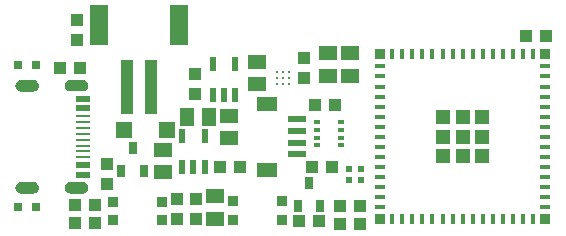
<source format=gbr>
G04 EAGLE Gerber RS-274X export*
G75*
%MOMM*%
%FSLAX34Y34*%
%LPD*%
%INSolderpaste Top*%
%IPPOS*%
%AMOC8*
5,1,8,0,0,1.08239X$1,22.5*%
G01*
%ADD10R,1.500000X1.240000*%
%ADD11R,0.550000X1.200000*%
%ADD12R,1.400000X1.400000*%
%ADD13R,1.000000X4.600000*%
%ADD14R,1.600000X3.400000*%
%ADD15R,0.800000X0.800000*%
%ADD16R,1.075000X1.000000*%
%ADD17R,0.900000X0.900000*%
%ADD18R,1.000000X1.075000*%
%ADD19R,1.240000X1.500000*%
%ADD20R,0.635000X1.016000*%
%ADD21R,1.150000X0.575000*%
%ADD22R,1.150000X0.275000*%
%ADD23R,0.406400X0.812800*%
%ADD24R,0.812800X0.406400*%
%ADD25R,0.812800X0.812800*%
%ADD26R,1.193800X1.193800*%
%ADD27C,0.275000*%
%ADD28R,1.550000X0.600000*%
%ADD29R,1.800000X1.200000*%
%ADD30R,0.500000X0.500000*%
%ADD31R,0.500000X0.350000*%

G36*
X61468Y152649D02*
X61468Y152649D01*
X61469Y152649D01*
X62542Y152770D01*
X62543Y152771D01*
X62544Y152770D01*
X63564Y153127D01*
X63564Y153128D01*
X63565Y153128D01*
X64480Y153703D01*
X64481Y153703D01*
X65245Y154468D01*
X65820Y155383D01*
X65820Y155384D01*
X65821Y155384D01*
X66178Y156404D01*
X66178Y156405D01*
X66177Y156405D01*
X66178Y156406D01*
X66178Y156410D01*
X66179Y156415D01*
X66180Y156420D01*
X66182Y156440D01*
X66182Y156444D01*
X66182Y156445D01*
X66183Y156449D01*
X66183Y156450D01*
X66183Y156454D01*
X66184Y156459D01*
X66185Y156464D01*
X66185Y156469D01*
X66186Y156474D01*
X66186Y156479D01*
X66188Y156499D01*
X66189Y156499D01*
X66189Y156504D01*
X66190Y156509D01*
X66190Y156514D01*
X66191Y156519D01*
X66191Y156524D01*
X66192Y156529D01*
X66192Y156534D01*
X66193Y156539D01*
X66195Y156559D01*
X66196Y156564D01*
X66196Y156569D01*
X66197Y156574D01*
X66197Y156579D01*
X66198Y156584D01*
X66199Y156589D01*
X66199Y156594D01*
X66202Y156618D01*
X66202Y156623D01*
X66203Y156623D01*
X66202Y156623D01*
X66203Y156628D01*
X66204Y156633D01*
X66204Y156638D01*
X66205Y156643D01*
X66205Y156648D01*
X66206Y156653D01*
X66209Y156678D01*
X66209Y156683D01*
X66210Y156688D01*
X66210Y156693D01*
X66211Y156698D01*
X66211Y156703D01*
X66212Y156708D01*
X66213Y156713D01*
X66215Y156733D01*
X66215Y156738D01*
X66216Y156743D01*
X66216Y156748D01*
X66217Y156748D01*
X66216Y156748D01*
X66217Y156753D01*
X66218Y156758D01*
X66218Y156762D01*
X66218Y156763D01*
X66219Y156767D01*
X66219Y156768D01*
X66219Y156772D01*
X66222Y156792D01*
X66222Y156797D01*
X66223Y156802D01*
X66223Y156807D01*
X66224Y156812D01*
X66224Y156817D01*
X66225Y156822D01*
X66225Y156827D01*
X66226Y156832D01*
X66228Y156852D01*
X66229Y156857D01*
X66229Y156862D01*
X66230Y156867D01*
X66230Y156872D01*
X66231Y156872D01*
X66230Y156872D01*
X66231Y156877D01*
X66232Y156882D01*
X66232Y156887D01*
X66233Y156892D01*
X66235Y156912D01*
X66236Y156917D01*
X66236Y156921D01*
X66236Y156922D01*
X66237Y156926D01*
X66237Y156927D01*
X66237Y156931D01*
X66238Y156936D01*
X66238Y156941D01*
X66239Y156946D01*
X66242Y156971D01*
X66242Y156976D01*
X66243Y156981D01*
X66243Y156986D01*
X66244Y156991D01*
X66244Y156996D01*
X66245Y156996D01*
X66244Y156996D01*
X66245Y157001D01*
X66246Y157006D01*
X66248Y157031D01*
X66249Y157036D01*
X66250Y157041D01*
X66250Y157046D01*
X66251Y157051D01*
X66251Y157056D01*
X66252Y157061D01*
X66252Y157066D01*
X66255Y157085D01*
X66255Y157086D01*
X66255Y157090D01*
X66256Y157095D01*
X66256Y157100D01*
X66257Y157105D01*
X66257Y157110D01*
X66258Y157115D01*
X66258Y157120D01*
X66259Y157120D01*
X66258Y157120D01*
X66259Y157125D01*
X66261Y157145D01*
X66262Y157150D01*
X66262Y157155D01*
X66263Y157160D01*
X66264Y157165D01*
X66264Y157170D01*
X66265Y157175D01*
X66265Y157180D01*
X66266Y157185D01*
X66268Y157205D01*
X66269Y157210D01*
X66269Y157215D01*
X66270Y157220D01*
X66270Y157225D01*
X66271Y157230D01*
X66271Y157235D01*
X66272Y157239D01*
X66272Y157240D01*
X66272Y157244D01*
X66273Y157244D01*
X66272Y157245D01*
X66275Y157264D01*
X66275Y157269D01*
X66276Y157274D01*
X66276Y157279D01*
X66277Y157284D01*
X66278Y157289D01*
X66278Y157294D01*
X66279Y157299D01*
X66281Y157324D01*
X66282Y157329D01*
X66283Y157334D01*
X66283Y157339D01*
X66284Y157344D01*
X66284Y157349D01*
X66285Y157354D01*
X66285Y157359D01*
X66288Y157384D01*
X66289Y157389D01*
X66289Y157394D01*
X66290Y157398D01*
X66290Y157399D01*
X66290Y157403D01*
X66290Y157404D01*
X66291Y157408D01*
X66292Y157413D01*
X66292Y157418D01*
X66294Y157438D01*
X66295Y157443D01*
X66295Y157448D01*
X66296Y157453D01*
X66297Y157458D01*
X66297Y157463D01*
X66298Y157468D01*
X66298Y157473D01*
X66299Y157478D01*
X66299Y157479D01*
X66299Y157480D01*
X66299Y157481D01*
X66172Y158611D01*
X66171Y158611D01*
X66171Y158612D01*
X65796Y159686D01*
X65795Y159686D01*
X65795Y159687D01*
X65190Y160650D01*
X65189Y160650D01*
X65189Y160651D01*
X64385Y161455D01*
X64384Y161455D01*
X64384Y161456D01*
X63421Y162061D01*
X63420Y162061D01*
X63420Y162062D01*
X62346Y162437D01*
X62345Y162437D01*
X62345Y162438D01*
X61215Y162565D01*
X61214Y162565D01*
X51562Y162565D01*
X51561Y162565D01*
X51312Y162537D01*
X51268Y162532D01*
X51224Y162527D01*
X51180Y162522D01*
X50651Y162462D01*
X50607Y162457D01*
X50563Y162452D01*
X50562Y162452D01*
X50518Y162447D01*
X50431Y162438D01*
X50431Y162437D01*
X50430Y162437D01*
X49356Y162062D01*
X49356Y162061D01*
X49355Y162061D01*
X48392Y161456D01*
X48392Y161455D01*
X48391Y161455D01*
X47587Y160651D01*
X47587Y160650D01*
X47586Y160650D01*
X46981Y159687D01*
X46981Y159686D01*
X46980Y159686D01*
X46605Y158612D01*
X46605Y158611D01*
X46604Y158611D01*
X46602Y158592D01*
X46602Y158587D01*
X46601Y158582D01*
X46601Y158577D01*
X46600Y158572D01*
X46600Y158567D01*
X46599Y158562D01*
X46598Y158558D01*
X46598Y158557D01*
X46598Y158553D01*
X46598Y158552D01*
X46596Y158533D01*
X46595Y158528D01*
X46595Y158523D01*
X46594Y158523D01*
X46595Y158523D01*
X46594Y158518D01*
X46593Y158513D01*
X46593Y158508D01*
X46592Y158503D01*
X46592Y158498D01*
X46591Y158493D01*
X46589Y158473D01*
X46588Y158468D01*
X46588Y158463D01*
X46587Y158458D01*
X46587Y158453D01*
X46586Y158448D01*
X46586Y158443D01*
X46585Y158438D01*
X46584Y158433D01*
X46582Y158413D01*
X46582Y158408D01*
X46581Y158403D01*
X46581Y158399D01*
X46580Y158398D01*
X46581Y158398D01*
X46580Y158394D01*
X46580Y158393D01*
X46579Y158389D01*
X46579Y158384D01*
X46578Y158379D01*
X46578Y158374D01*
X46575Y158354D01*
X46575Y158349D01*
X46574Y158344D01*
X46574Y158339D01*
X46573Y158334D01*
X46573Y158329D01*
X46572Y158324D01*
X46572Y158319D01*
X46571Y158314D01*
X46569Y158294D01*
X46568Y158289D01*
X46568Y158284D01*
X46567Y158279D01*
X46567Y158274D01*
X46566Y158274D01*
X46567Y158274D01*
X46566Y158269D01*
X46565Y158264D01*
X46565Y158259D01*
X46564Y158254D01*
X46562Y158235D01*
X46562Y158234D01*
X46561Y158230D01*
X46561Y158225D01*
X46560Y158220D01*
X46560Y158215D01*
X46559Y158210D01*
X46559Y158205D01*
X46558Y158200D01*
X46558Y158195D01*
X46555Y158175D01*
X46555Y158170D01*
X46554Y158165D01*
X46554Y158160D01*
X46553Y158155D01*
X46553Y158150D01*
X46552Y158150D01*
X46553Y158150D01*
X46552Y158145D01*
X46551Y158140D01*
X46551Y158135D01*
X46549Y158115D01*
X46548Y158110D01*
X46547Y158105D01*
X46547Y158100D01*
X46546Y158095D01*
X46546Y158090D01*
X46545Y158085D01*
X46545Y158081D01*
X46545Y158080D01*
X46544Y158076D01*
X46544Y158075D01*
X46542Y158056D01*
X46541Y158051D01*
X46541Y158046D01*
X46540Y158041D01*
X46540Y158036D01*
X46539Y158031D01*
X46539Y158026D01*
X46538Y158026D01*
X46539Y158026D01*
X46538Y158021D01*
X46537Y158016D01*
X46535Y157996D01*
X46535Y157991D01*
X46534Y157986D01*
X46533Y157981D01*
X46533Y157976D01*
X46532Y157971D01*
X46532Y157966D01*
X46531Y157961D01*
X46528Y157936D01*
X46528Y157931D01*
X46527Y157926D01*
X46527Y157922D01*
X46527Y157921D01*
X46526Y157917D01*
X46526Y157916D01*
X46526Y157912D01*
X46525Y157907D01*
X46525Y157902D01*
X46524Y157902D01*
X46525Y157902D01*
X46522Y157877D01*
X46521Y157872D01*
X46521Y157867D01*
X46520Y157862D01*
X46519Y157857D01*
X46519Y157852D01*
X46518Y157847D01*
X46518Y157842D01*
X46515Y157817D01*
X46514Y157812D01*
X46514Y157807D01*
X46513Y157802D01*
X46513Y157797D01*
X46512Y157792D01*
X46512Y157787D01*
X46511Y157782D01*
X46508Y157758D01*
X46508Y157757D01*
X46508Y157753D01*
X46507Y157748D01*
X46507Y157743D01*
X46506Y157738D01*
X46505Y157733D01*
X46505Y157728D01*
X46504Y157723D01*
X46502Y157698D01*
X46501Y157693D01*
X46500Y157688D01*
X46500Y157683D01*
X46499Y157678D01*
X46499Y157673D01*
X46498Y157668D01*
X46498Y157663D01*
X46495Y157643D01*
X46495Y157638D01*
X46494Y157633D01*
X46494Y157628D01*
X46493Y157623D01*
X46493Y157618D01*
X46492Y157613D01*
X46491Y157608D01*
X46491Y157604D01*
X46491Y157603D01*
X46489Y157584D01*
X46488Y157579D01*
X46488Y157574D01*
X46487Y157569D01*
X46486Y157564D01*
X46486Y157559D01*
X46485Y157554D01*
X46485Y157549D01*
X46484Y157544D01*
X46482Y157524D01*
X46481Y157519D01*
X46481Y157514D01*
X46480Y157509D01*
X46480Y157504D01*
X46479Y157499D01*
X46479Y157494D01*
X46478Y157489D01*
X46477Y157484D01*
X46477Y157481D01*
X46478Y157480D01*
X46477Y157479D01*
X46598Y156406D01*
X46599Y156405D01*
X46598Y156404D01*
X46955Y155384D01*
X46956Y155384D01*
X46956Y155383D01*
X47531Y154468D01*
X48296Y153703D01*
X49211Y153128D01*
X49212Y153128D01*
X49212Y153127D01*
X50232Y152770D01*
X50233Y152771D01*
X50234Y152770D01*
X51307Y152649D01*
X51308Y152649D01*
X61468Y152649D01*
X61468Y152649D01*
G37*
G36*
X19685Y152522D02*
X19685Y152522D01*
X19686Y152522D01*
X20759Y152643D01*
X20760Y152644D01*
X20761Y152643D01*
X21781Y153000D01*
X21781Y153001D01*
X21782Y153001D01*
X22697Y153576D01*
X22698Y153576D01*
X23462Y154341D01*
X24037Y155256D01*
X24037Y155257D01*
X24038Y155257D01*
X24395Y156277D01*
X24395Y156278D01*
X24394Y156278D01*
X24395Y156279D01*
X24395Y156283D01*
X24396Y156288D01*
X24397Y156293D01*
X24399Y156313D01*
X24399Y156317D01*
X24399Y156318D01*
X24400Y156322D01*
X24400Y156323D01*
X24400Y156327D01*
X24401Y156332D01*
X24402Y156337D01*
X24402Y156342D01*
X24403Y156347D01*
X24403Y156352D01*
X24405Y156372D01*
X24406Y156372D01*
X24406Y156377D01*
X24407Y156382D01*
X24407Y156387D01*
X24408Y156392D01*
X24408Y156397D01*
X24409Y156402D01*
X24409Y156407D01*
X24410Y156412D01*
X24412Y156432D01*
X24413Y156437D01*
X24413Y156442D01*
X24414Y156447D01*
X24414Y156452D01*
X24415Y156457D01*
X24416Y156462D01*
X24416Y156467D01*
X24419Y156491D01*
X24419Y156496D01*
X24420Y156496D01*
X24419Y156496D01*
X24420Y156501D01*
X24421Y156506D01*
X24421Y156511D01*
X24422Y156516D01*
X24422Y156521D01*
X24423Y156526D01*
X24426Y156551D01*
X24426Y156556D01*
X24427Y156561D01*
X24427Y156566D01*
X24428Y156571D01*
X24428Y156576D01*
X24429Y156581D01*
X24430Y156586D01*
X24432Y156606D01*
X24432Y156611D01*
X24433Y156616D01*
X24433Y156621D01*
X24434Y156621D01*
X24433Y156621D01*
X24434Y156626D01*
X24435Y156631D01*
X24435Y156635D01*
X24435Y156636D01*
X24436Y156640D01*
X24436Y156641D01*
X24436Y156645D01*
X24439Y156665D01*
X24439Y156670D01*
X24440Y156675D01*
X24440Y156680D01*
X24441Y156685D01*
X24441Y156690D01*
X24442Y156695D01*
X24442Y156700D01*
X24443Y156705D01*
X24445Y156725D01*
X24446Y156730D01*
X24446Y156735D01*
X24447Y156740D01*
X24447Y156745D01*
X24448Y156745D01*
X24447Y156745D01*
X24448Y156750D01*
X24449Y156755D01*
X24449Y156760D01*
X24450Y156765D01*
X24452Y156785D01*
X24453Y156790D01*
X24453Y156794D01*
X24453Y156795D01*
X24454Y156799D01*
X24454Y156800D01*
X24454Y156804D01*
X24455Y156809D01*
X24455Y156814D01*
X24456Y156819D01*
X24459Y156844D01*
X24459Y156849D01*
X24460Y156854D01*
X24460Y156859D01*
X24461Y156864D01*
X24461Y156869D01*
X24462Y156869D01*
X24461Y156869D01*
X24462Y156874D01*
X24463Y156879D01*
X24465Y156904D01*
X24466Y156909D01*
X24467Y156914D01*
X24467Y156919D01*
X24468Y156924D01*
X24468Y156929D01*
X24469Y156934D01*
X24469Y156939D01*
X24472Y156958D01*
X24472Y156959D01*
X24472Y156963D01*
X24473Y156968D01*
X24473Y156973D01*
X24474Y156978D01*
X24474Y156983D01*
X24475Y156988D01*
X24475Y156993D01*
X24476Y156993D01*
X24475Y156993D01*
X24476Y156998D01*
X24478Y157018D01*
X24479Y157023D01*
X24479Y157028D01*
X24480Y157033D01*
X24481Y157038D01*
X24481Y157043D01*
X24482Y157048D01*
X24482Y157053D01*
X24483Y157058D01*
X24485Y157078D01*
X24486Y157083D01*
X24486Y157088D01*
X24487Y157093D01*
X24487Y157098D01*
X24488Y157103D01*
X24488Y157108D01*
X24489Y157112D01*
X24489Y157113D01*
X24489Y157117D01*
X24490Y157117D01*
X24489Y157118D01*
X24492Y157137D01*
X24492Y157142D01*
X24493Y157147D01*
X24493Y157152D01*
X24494Y157157D01*
X24495Y157162D01*
X24495Y157167D01*
X24496Y157172D01*
X24498Y157197D01*
X24499Y157202D01*
X24500Y157207D01*
X24500Y157212D01*
X24501Y157217D01*
X24501Y157222D01*
X24502Y157227D01*
X24502Y157232D01*
X24505Y157257D01*
X24506Y157262D01*
X24506Y157267D01*
X24507Y157271D01*
X24507Y157272D01*
X24507Y157276D01*
X24507Y157277D01*
X24508Y157281D01*
X24509Y157286D01*
X24509Y157291D01*
X24511Y157311D01*
X24512Y157316D01*
X24512Y157321D01*
X24513Y157326D01*
X24514Y157331D01*
X24514Y157336D01*
X24515Y157341D01*
X24515Y157346D01*
X24516Y157351D01*
X24516Y157352D01*
X24516Y157353D01*
X24516Y157354D01*
X24389Y158484D01*
X24388Y158484D01*
X24388Y158485D01*
X24013Y159559D01*
X24012Y159559D01*
X24012Y159560D01*
X23407Y160523D01*
X23406Y160523D01*
X23406Y160524D01*
X22602Y161328D01*
X22601Y161328D01*
X22601Y161329D01*
X21638Y161934D01*
X21637Y161934D01*
X21637Y161935D01*
X20563Y162310D01*
X20562Y162310D01*
X20562Y162311D01*
X19432Y162438D01*
X19431Y162438D01*
X9779Y162438D01*
X9778Y162438D01*
X9529Y162410D01*
X9485Y162405D01*
X9441Y162400D01*
X9397Y162395D01*
X8868Y162335D01*
X8824Y162330D01*
X8780Y162325D01*
X8779Y162325D01*
X8735Y162320D01*
X8648Y162311D01*
X8648Y162310D01*
X8647Y162310D01*
X7573Y161935D01*
X7573Y161934D01*
X7572Y161934D01*
X6609Y161329D01*
X6609Y161328D01*
X6608Y161328D01*
X5804Y160524D01*
X5804Y160523D01*
X5803Y160523D01*
X5198Y159560D01*
X5198Y159559D01*
X5197Y159559D01*
X4822Y158485D01*
X4822Y158484D01*
X4821Y158484D01*
X4819Y158465D01*
X4819Y158460D01*
X4818Y158455D01*
X4818Y158450D01*
X4817Y158445D01*
X4817Y158440D01*
X4816Y158435D01*
X4815Y158431D01*
X4815Y158430D01*
X4815Y158426D01*
X4815Y158425D01*
X4813Y158406D01*
X4812Y158401D01*
X4812Y158396D01*
X4811Y158396D01*
X4812Y158396D01*
X4811Y158391D01*
X4810Y158386D01*
X4810Y158381D01*
X4809Y158376D01*
X4809Y158371D01*
X4808Y158366D01*
X4806Y158346D01*
X4805Y158341D01*
X4805Y158336D01*
X4804Y158331D01*
X4804Y158326D01*
X4803Y158321D01*
X4803Y158316D01*
X4802Y158311D01*
X4801Y158306D01*
X4799Y158286D01*
X4799Y158281D01*
X4798Y158276D01*
X4798Y158272D01*
X4797Y158271D01*
X4798Y158271D01*
X4797Y158267D01*
X4797Y158266D01*
X4796Y158262D01*
X4796Y158257D01*
X4795Y158252D01*
X4795Y158247D01*
X4792Y158227D01*
X4792Y158222D01*
X4791Y158217D01*
X4791Y158212D01*
X4790Y158207D01*
X4790Y158202D01*
X4789Y158197D01*
X4789Y158192D01*
X4788Y158187D01*
X4786Y158167D01*
X4785Y158162D01*
X4785Y158157D01*
X4784Y158152D01*
X4784Y158147D01*
X4783Y158147D01*
X4784Y158147D01*
X4783Y158142D01*
X4782Y158137D01*
X4782Y158132D01*
X4781Y158127D01*
X4779Y158108D01*
X4779Y158107D01*
X4778Y158103D01*
X4778Y158098D01*
X4777Y158093D01*
X4777Y158088D01*
X4776Y158083D01*
X4776Y158078D01*
X4775Y158073D01*
X4775Y158068D01*
X4772Y158048D01*
X4772Y158043D01*
X4771Y158038D01*
X4771Y158033D01*
X4770Y158028D01*
X4770Y158023D01*
X4769Y158023D01*
X4770Y158023D01*
X4769Y158018D01*
X4768Y158013D01*
X4768Y158008D01*
X4766Y157988D01*
X4765Y157983D01*
X4764Y157978D01*
X4764Y157973D01*
X4763Y157968D01*
X4763Y157963D01*
X4762Y157958D01*
X4762Y157954D01*
X4762Y157953D01*
X4761Y157949D01*
X4761Y157948D01*
X4759Y157929D01*
X4758Y157924D01*
X4758Y157919D01*
X4757Y157914D01*
X4757Y157909D01*
X4756Y157904D01*
X4756Y157899D01*
X4755Y157899D01*
X4756Y157899D01*
X4755Y157894D01*
X4754Y157889D01*
X4752Y157869D01*
X4752Y157864D01*
X4751Y157859D01*
X4750Y157854D01*
X4750Y157849D01*
X4749Y157844D01*
X4749Y157839D01*
X4748Y157834D01*
X4745Y157809D01*
X4745Y157804D01*
X4744Y157799D01*
X4744Y157795D01*
X4744Y157794D01*
X4743Y157790D01*
X4743Y157789D01*
X4743Y157785D01*
X4742Y157780D01*
X4742Y157775D01*
X4741Y157775D01*
X4742Y157775D01*
X4739Y157750D01*
X4738Y157745D01*
X4738Y157740D01*
X4737Y157735D01*
X4736Y157730D01*
X4736Y157725D01*
X4735Y157720D01*
X4735Y157715D01*
X4732Y157690D01*
X4731Y157685D01*
X4731Y157680D01*
X4730Y157675D01*
X4730Y157670D01*
X4729Y157665D01*
X4729Y157660D01*
X4728Y157655D01*
X4725Y157631D01*
X4725Y157630D01*
X4725Y157626D01*
X4724Y157621D01*
X4724Y157616D01*
X4723Y157611D01*
X4722Y157606D01*
X4722Y157601D01*
X4721Y157596D01*
X4719Y157571D01*
X4718Y157566D01*
X4717Y157561D01*
X4717Y157556D01*
X4716Y157551D01*
X4716Y157546D01*
X4715Y157541D01*
X4715Y157536D01*
X4712Y157516D01*
X4712Y157511D01*
X4711Y157506D01*
X4711Y157501D01*
X4710Y157496D01*
X4710Y157491D01*
X4709Y157486D01*
X4708Y157481D01*
X4708Y157477D01*
X4708Y157476D01*
X4706Y157457D01*
X4705Y157452D01*
X4705Y157447D01*
X4704Y157442D01*
X4703Y157437D01*
X4703Y157432D01*
X4702Y157427D01*
X4702Y157422D01*
X4701Y157417D01*
X4699Y157397D01*
X4698Y157392D01*
X4698Y157387D01*
X4697Y157382D01*
X4697Y157377D01*
X4696Y157372D01*
X4696Y157367D01*
X4695Y157362D01*
X4694Y157357D01*
X4694Y157354D01*
X4695Y157353D01*
X4694Y157352D01*
X4815Y156279D01*
X4816Y156278D01*
X4815Y156277D01*
X5172Y155257D01*
X5173Y155257D01*
X5173Y155256D01*
X5748Y154341D01*
X6513Y153576D01*
X7428Y153001D01*
X7429Y153001D01*
X7429Y153000D01*
X8449Y152643D01*
X8450Y152644D01*
X8451Y152643D01*
X9524Y152522D01*
X9525Y152522D01*
X19685Y152522D01*
X19685Y152522D01*
G37*
G36*
X61595Y66162D02*
X61595Y66162D01*
X61596Y66162D01*
X62669Y66283D01*
X62670Y66284D01*
X62671Y66283D01*
X63691Y66640D01*
X63691Y66641D01*
X63692Y66641D01*
X64607Y67216D01*
X64608Y67216D01*
X65372Y67981D01*
X65947Y68896D01*
X65947Y68897D01*
X65948Y68897D01*
X66305Y69917D01*
X66305Y69918D01*
X66304Y69918D01*
X66305Y69919D01*
X66305Y69923D01*
X66306Y69928D01*
X66307Y69933D01*
X66309Y69953D01*
X66309Y69957D01*
X66309Y69958D01*
X66310Y69962D01*
X66310Y69963D01*
X66310Y69967D01*
X66311Y69972D01*
X66312Y69977D01*
X66312Y69982D01*
X66313Y69987D01*
X66313Y69992D01*
X66315Y70012D01*
X66316Y70012D01*
X66316Y70017D01*
X66317Y70022D01*
X66317Y70027D01*
X66318Y70032D01*
X66318Y70037D01*
X66319Y70042D01*
X66319Y70047D01*
X66320Y70052D01*
X66322Y70072D01*
X66323Y70077D01*
X66323Y70082D01*
X66324Y70087D01*
X66324Y70092D01*
X66325Y70097D01*
X66326Y70102D01*
X66326Y70107D01*
X66329Y70131D01*
X66329Y70136D01*
X66330Y70136D01*
X66329Y70136D01*
X66330Y70141D01*
X66331Y70146D01*
X66331Y70151D01*
X66332Y70156D01*
X66332Y70161D01*
X66333Y70166D01*
X66336Y70191D01*
X66336Y70196D01*
X66337Y70201D01*
X66337Y70206D01*
X66338Y70211D01*
X66338Y70216D01*
X66339Y70221D01*
X66340Y70226D01*
X66342Y70246D01*
X66342Y70251D01*
X66343Y70256D01*
X66343Y70261D01*
X66344Y70261D01*
X66343Y70261D01*
X66344Y70266D01*
X66345Y70271D01*
X66345Y70275D01*
X66345Y70276D01*
X66346Y70280D01*
X66346Y70281D01*
X66346Y70285D01*
X66349Y70305D01*
X66349Y70310D01*
X66350Y70315D01*
X66350Y70320D01*
X66351Y70325D01*
X66351Y70330D01*
X66352Y70335D01*
X66352Y70340D01*
X66353Y70345D01*
X66355Y70365D01*
X66356Y70370D01*
X66356Y70375D01*
X66357Y70380D01*
X66357Y70385D01*
X66358Y70385D01*
X66357Y70385D01*
X66358Y70390D01*
X66359Y70395D01*
X66359Y70400D01*
X66360Y70405D01*
X66362Y70425D01*
X66363Y70430D01*
X66363Y70434D01*
X66363Y70435D01*
X66364Y70439D01*
X66364Y70440D01*
X66364Y70444D01*
X66365Y70449D01*
X66365Y70454D01*
X66366Y70459D01*
X66369Y70484D01*
X66369Y70489D01*
X66370Y70494D01*
X66370Y70499D01*
X66371Y70504D01*
X66371Y70509D01*
X66372Y70509D01*
X66371Y70509D01*
X66372Y70514D01*
X66373Y70519D01*
X66375Y70544D01*
X66376Y70549D01*
X66377Y70554D01*
X66377Y70559D01*
X66378Y70564D01*
X66378Y70569D01*
X66379Y70574D01*
X66379Y70579D01*
X66382Y70598D01*
X66382Y70599D01*
X66382Y70603D01*
X66383Y70608D01*
X66383Y70613D01*
X66384Y70618D01*
X66384Y70623D01*
X66385Y70628D01*
X66385Y70633D01*
X66386Y70633D01*
X66385Y70633D01*
X66386Y70638D01*
X66388Y70658D01*
X66389Y70663D01*
X66389Y70668D01*
X66390Y70673D01*
X66391Y70678D01*
X66391Y70683D01*
X66392Y70688D01*
X66392Y70693D01*
X66393Y70698D01*
X66395Y70718D01*
X66396Y70723D01*
X66396Y70728D01*
X66397Y70733D01*
X66397Y70738D01*
X66398Y70743D01*
X66398Y70748D01*
X66399Y70752D01*
X66399Y70753D01*
X66399Y70757D01*
X66400Y70757D01*
X66399Y70758D01*
X66402Y70777D01*
X66402Y70782D01*
X66403Y70787D01*
X66403Y70792D01*
X66404Y70797D01*
X66405Y70802D01*
X66405Y70807D01*
X66406Y70812D01*
X66408Y70837D01*
X66409Y70842D01*
X66410Y70847D01*
X66410Y70852D01*
X66411Y70857D01*
X66411Y70862D01*
X66412Y70867D01*
X66412Y70872D01*
X66415Y70897D01*
X66416Y70902D01*
X66416Y70907D01*
X66417Y70911D01*
X66417Y70912D01*
X66417Y70916D01*
X66417Y70917D01*
X66418Y70921D01*
X66419Y70926D01*
X66419Y70931D01*
X66421Y70951D01*
X66422Y70956D01*
X66422Y70961D01*
X66423Y70966D01*
X66424Y70971D01*
X66424Y70976D01*
X66425Y70981D01*
X66425Y70986D01*
X66426Y70991D01*
X66426Y70992D01*
X66426Y70993D01*
X66426Y70994D01*
X66299Y72124D01*
X66298Y72124D01*
X66298Y72125D01*
X65923Y73199D01*
X65922Y73199D01*
X65922Y73200D01*
X65317Y74163D01*
X65316Y74163D01*
X65316Y74164D01*
X64512Y74968D01*
X64511Y74968D01*
X64511Y74969D01*
X63548Y75574D01*
X63547Y75574D01*
X63547Y75575D01*
X62473Y75950D01*
X62472Y75950D01*
X62472Y75951D01*
X61342Y76078D01*
X61341Y76078D01*
X51689Y76078D01*
X51688Y76078D01*
X51439Y76050D01*
X51395Y76045D01*
X51351Y76040D01*
X51307Y76035D01*
X50778Y75975D01*
X50734Y75970D01*
X50690Y75965D01*
X50689Y75965D01*
X50645Y75960D01*
X50558Y75951D01*
X50558Y75950D01*
X50557Y75950D01*
X49483Y75575D01*
X49483Y75574D01*
X49482Y75574D01*
X48519Y74969D01*
X48519Y74968D01*
X48518Y74968D01*
X47714Y74164D01*
X47714Y74163D01*
X47713Y74163D01*
X47108Y73200D01*
X47108Y73199D01*
X47107Y73199D01*
X46732Y72125D01*
X46732Y72124D01*
X46731Y72124D01*
X46729Y72105D01*
X46729Y72100D01*
X46728Y72095D01*
X46728Y72090D01*
X46727Y72085D01*
X46727Y72080D01*
X46726Y72075D01*
X46725Y72071D01*
X46725Y72070D01*
X46725Y72066D01*
X46725Y72065D01*
X46723Y72046D01*
X46722Y72041D01*
X46722Y72036D01*
X46721Y72036D01*
X46722Y72036D01*
X46721Y72031D01*
X46720Y72026D01*
X46720Y72021D01*
X46719Y72016D01*
X46719Y72011D01*
X46718Y72006D01*
X46716Y71986D01*
X46715Y71981D01*
X46715Y71976D01*
X46714Y71971D01*
X46714Y71966D01*
X46713Y71961D01*
X46713Y71956D01*
X46712Y71951D01*
X46711Y71946D01*
X46709Y71926D01*
X46709Y71921D01*
X46708Y71916D01*
X46708Y71912D01*
X46707Y71911D01*
X46708Y71911D01*
X46707Y71907D01*
X46707Y71906D01*
X46706Y71902D01*
X46706Y71897D01*
X46705Y71892D01*
X46705Y71887D01*
X46702Y71867D01*
X46702Y71862D01*
X46701Y71857D01*
X46701Y71852D01*
X46700Y71847D01*
X46700Y71842D01*
X46699Y71837D01*
X46699Y71832D01*
X46698Y71827D01*
X46696Y71807D01*
X46695Y71802D01*
X46695Y71797D01*
X46694Y71792D01*
X46694Y71787D01*
X46693Y71787D01*
X46694Y71787D01*
X46693Y71782D01*
X46692Y71777D01*
X46692Y71772D01*
X46691Y71767D01*
X46689Y71748D01*
X46689Y71747D01*
X46688Y71743D01*
X46688Y71738D01*
X46687Y71733D01*
X46687Y71728D01*
X46686Y71723D01*
X46686Y71718D01*
X46685Y71713D01*
X46685Y71708D01*
X46682Y71688D01*
X46682Y71683D01*
X46681Y71678D01*
X46681Y71673D01*
X46680Y71668D01*
X46680Y71663D01*
X46679Y71663D01*
X46680Y71663D01*
X46679Y71658D01*
X46678Y71653D01*
X46678Y71648D01*
X46676Y71628D01*
X46675Y71623D01*
X46674Y71618D01*
X46674Y71613D01*
X46673Y71608D01*
X46673Y71603D01*
X46672Y71598D01*
X46672Y71594D01*
X46672Y71593D01*
X46671Y71589D01*
X46671Y71588D01*
X46669Y71569D01*
X46668Y71564D01*
X46668Y71559D01*
X46667Y71554D01*
X46667Y71549D01*
X46666Y71544D01*
X46666Y71539D01*
X46665Y71539D01*
X46666Y71539D01*
X46665Y71534D01*
X46664Y71529D01*
X46662Y71509D01*
X46662Y71504D01*
X46661Y71499D01*
X46660Y71494D01*
X46660Y71489D01*
X46659Y71484D01*
X46659Y71479D01*
X46658Y71474D01*
X46655Y71449D01*
X46655Y71444D01*
X46654Y71439D01*
X46654Y71435D01*
X46654Y71434D01*
X46653Y71430D01*
X46653Y71429D01*
X46653Y71425D01*
X46652Y71420D01*
X46652Y71415D01*
X46651Y71415D01*
X46652Y71415D01*
X46649Y71390D01*
X46648Y71385D01*
X46648Y71380D01*
X46647Y71375D01*
X46646Y71370D01*
X46646Y71365D01*
X46645Y71360D01*
X46645Y71355D01*
X46642Y71330D01*
X46641Y71325D01*
X46641Y71320D01*
X46640Y71315D01*
X46640Y71310D01*
X46639Y71305D01*
X46639Y71300D01*
X46638Y71295D01*
X46635Y71271D01*
X46635Y71270D01*
X46635Y71266D01*
X46634Y71261D01*
X46634Y71256D01*
X46633Y71251D01*
X46632Y71246D01*
X46632Y71241D01*
X46631Y71236D01*
X46629Y71211D01*
X46628Y71206D01*
X46627Y71201D01*
X46627Y71196D01*
X46626Y71191D01*
X46626Y71186D01*
X46625Y71181D01*
X46625Y71176D01*
X46622Y71156D01*
X46622Y71151D01*
X46621Y71146D01*
X46621Y71141D01*
X46620Y71136D01*
X46620Y71131D01*
X46619Y71126D01*
X46618Y71121D01*
X46618Y71117D01*
X46618Y71116D01*
X46616Y71097D01*
X46615Y71092D01*
X46615Y71087D01*
X46614Y71082D01*
X46613Y71077D01*
X46613Y71072D01*
X46612Y71067D01*
X46612Y71062D01*
X46611Y71057D01*
X46609Y71037D01*
X46608Y71032D01*
X46608Y71027D01*
X46607Y71022D01*
X46607Y71017D01*
X46606Y71012D01*
X46606Y71007D01*
X46605Y71002D01*
X46604Y70997D01*
X46604Y70994D01*
X46605Y70993D01*
X46604Y70992D01*
X46725Y69919D01*
X46726Y69918D01*
X46725Y69917D01*
X47082Y68897D01*
X47083Y68897D01*
X47083Y68896D01*
X47658Y67981D01*
X48423Y67216D01*
X49338Y66641D01*
X49339Y66641D01*
X49339Y66640D01*
X50359Y66283D01*
X50360Y66284D01*
X50361Y66283D01*
X51434Y66162D01*
X51435Y66162D01*
X61595Y66162D01*
X61595Y66162D01*
G37*
G36*
X19685Y66162D02*
X19685Y66162D01*
X19686Y66162D01*
X20759Y66283D01*
X20760Y66284D01*
X20761Y66283D01*
X21781Y66640D01*
X21781Y66641D01*
X21782Y66641D01*
X22697Y67216D01*
X22698Y67216D01*
X23462Y67981D01*
X24037Y68896D01*
X24037Y68897D01*
X24038Y68897D01*
X24395Y69917D01*
X24395Y69918D01*
X24394Y69918D01*
X24395Y69919D01*
X24395Y69923D01*
X24396Y69928D01*
X24397Y69933D01*
X24399Y69953D01*
X24399Y69957D01*
X24399Y69958D01*
X24400Y69962D01*
X24400Y69963D01*
X24400Y69967D01*
X24401Y69972D01*
X24402Y69977D01*
X24402Y69982D01*
X24403Y69987D01*
X24403Y69992D01*
X24405Y70012D01*
X24406Y70012D01*
X24406Y70017D01*
X24407Y70022D01*
X24407Y70027D01*
X24408Y70032D01*
X24408Y70037D01*
X24409Y70042D01*
X24409Y70047D01*
X24410Y70052D01*
X24412Y70072D01*
X24413Y70077D01*
X24413Y70082D01*
X24414Y70087D01*
X24414Y70092D01*
X24415Y70097D01*
X24416Y70102D01*
X24416Y70107D01*
X24419Y70131D01*
X24419Y70136D01*
X24420Y70136D01*
X24419Y70136D01*
X24420Y70141D01*
X24421Y70146D01*
X24421Y70151D01*
X24422Y70156D01*
X24422Y70161D01*
X24423Y70166D01*
X24426Y70191D01*
X24426Y70196D01*
X24427Y70201D01*
X24427Y70206D01*
X24428Y70211D01*
X24428Y70216D01*
X24429Y70221D01*
X24430Y70226D01*
X24432Y70246D01*
X24432Y70251D01*
X24433Y70256D01*
X24433Y70261D01*
X24434Y70261D01*
X24433Y70261D01*
X24434Y70266D01*
X24435Y70271D01*
X24435Y70275D01*
X24435Y70276D01*
X24436Y70280D01*
X24436Y70281D01*
X24436Y70285D01*
X24439Y70305D01*
X24439Y70310D01*
X24440Y70315D01*
X24440Y70320D01*
X24441Y70325D01*
X24441Y70330D01*
X24442Y70335D01*
X24442Y70340D01*
X24443Y70345D01*
X24445Y70365D01*
X24446Y70370D01*
X24446Y70375D01*
X24447Y70380D01*
X24447Y70385D01*
X24448Y70385D01*
X24447Y70385D01*
X24448Y70390D01*
X24449Y70395D01*
X24449Y70400D01*
X24450Y70405D01*
X24452Y70425D01*
X24453Y70430D01*
X24453Y70434D01*
X24453Y70435D01*
X24454Y70439D01*
X24454Y70440D01*
X24454Y70444D01*
X24455Y70449D01*
X24455Y70454D01*
X24456Y70459D01*
X24459Y70484D01*
X24459Y70489D01*
X24460Y70494D01*
X24460Y70499D01*
X24461Y70504D01*
X24461Y70509D01*
X24462Y70509D01*
X24461Y70509D01*
X24462Y70514D01*
X24463Y70519D01*
X24465Y70544D01*
X24466Y70549D01*
X24467Y70554D01*
X24467Y70559D01*
X24468Y70564D01*
X24468Y70569D01*
X24469Y70574D01*
X24469Y70579D01*
X24472Y70598D01*
X24472Y70599D01*
X24472Y70603D01*
X24473Y70608D01*
X24473Y70613D01*
X24474Y70618D01*
X24474Y70623D01*
X24475Y70628D01*
X24475Y70633D01*
X24476Y70633D01*
X24475Y70633D01*
X24476Y70638D01*
X24478Y70658D01*
X24479Y70663D01*
X24479Y70668D01*
X24480Y70673D01*
X24481Y70678D01*
X24481Y70683D01*
X24482Y70688D01*
X24482Y70693D01*
X24483Y70698D01*
X24485Y70718D01*
X24486Y70723D01*
X24486Y70728D01*
X24487Y70733D01*
X24487Y70738D01*
X24488Y70743D01*
X24488Y70748D01*
X24489Y70752D01*
X24489Y70753D01*
X24489Y70757D01*
X24490Y70757D01*
X24489Y70758D01*
X24492Y70777D01*
X24492Y70782D01*
X24493Y70787D01*
X24493Y70792D01*
X24494Y70797D01*
X24495Y70802D01*
X24495Y70807D01*
X24496Y70812D01*
X24498Y70837D01*
X24499Y70842D01*
X24500Y70847D01*
X24500Y70852D01*
X24501Y70857D01*
X24501Y70862D01*
X24502Y70867D01*
X24502Y70872D01*
X24505Y70897D01*
X24506Y70902D01*
X24506Y70907D01*
X24507Y70911D01*
X24507Y70912D01*
X24507Y70916D01*
X24507Y70917D01*
X24508Y70921D01*
X24509Y70926D01*
X24509Y70931D01*
X24511Y70951D01*
X24512Y70956D01*
X24512Y70961D01*
X24513Y70966D01*
X24514Y70971D01*
X24514Y70976D01*
X24515Y70981D01*
X24515Y70986D01*
X24516Y70991D01*
X24516Y70992D01*
X24516Y70993D01*
X24516Y70994D01*
X24389Y72124D01*
X24388Y72124D01*
X24388Y72125D01*
X24013Y73199D01*
X24012Y73199D01*
X24012Y73200D01*
X23407Y74163D01*
X23406Y74163D01*
X23406Y74164D01*
X22602Y74968D01*
X22601Y74968D01*
X22601Y74969D01*
X21638Y75574D01*
X21637Y75574D01*
X21637Y75575D01*
X20563Y75950D01*
X20562Y75950D01*
X20562Y75951D01*
X19432Y76078D01*
X19431Y76078D01*
X9779Y76078D01*
X9778Y76078D01*
X9529Y76050D01*
X9485Y76045D01*
X9441Y76040D01*
X9397Y76035D01*
X8868Y75975D01*
X8824Y75970D01*
X8780Y75965D01*
X8779Y75965D01*
X8735Y75960D01*
X8648Y75951D01*
X8648Y75950D01*
X8647Y75950D01*
X7573Y75575D01*
X7573Y75574D01*
X7572Y75574D01*
X6609Y74969D01*
X6609Y74968D01*
X6608Y74968D01*
X5804Y74164D01*
X5804Y74163D01*
X5803Y74163D01*
X5198Y73200D01*
X5198Y73199D01*
X5197Y73199D01*
X4822Y72125D01*
X4822Y72124D01*
X4821Y72124D01*
X4819Y72105D01*
X4819Y72100D01*
X4818Y72095D01*
X4818Y72090D01*
X4817Y72085D01*
X4817Y72080D01*
X4816Y72075D01*
X4815Y72071D01*
X4815Y72070D01*
X4815Y72066D01*
X4815Y72065D01*
X4813Y72046D01*
X4812Y72041D01*
X4812Y72036D01*
X4811Y72036D01*
X4812Y72036D01*
X4811Y72031D01*
X4810Y72026D01*
X4810Y72021D01*
X4809Y72016D01*
X4809Y72011D01*
X4808Y72006D01*
X4806Y71986D01*
X4805Y71981D01*
X4805Y71976D01*
X4804Y71971D01*
X4804Y71966D01*
X4803Y71961D01*
X4803Y71956D01*
X4802Y71951D01*
X4801Y71946D01*
X4799Y71926D01*
X4799Y71921D01*
X4798Y71916D01*
X4798Y71912D01*
X4797Y71911D01*
X4798Y71911D01*
X4797Y71907D01*
X4797Y71906D01*
X4796Y71902D01*
X4796Y71897D01*
X4795Y71892D01*
X4795Y71887D01*
X4792Y71867D01*
X4792Y71862D01*
X4791Y71857D01*
X4791Y71852D01*
X4790Y71847D01*
X4790Y71842D01*
X4789Y71837D01*
X4789Y71832D01*
X4788Y71827D01*
X4786Y71807D01*
X4785Y71802D01*
X4785Y71797D01*
X4784Y71792D01*
X4784Y71787D01*
X4783Y71787D01*
X4784Y71787D01*
X4783Y71782D01*
X4782Y71777D01*
X4782Y71772D01*
X4781Y71767D01*
X4779Y71748D01*
X4779Y71747D01*
X4778Y71743D01*
X4778Y71738D01*
X4777Y71733D01*
X4777Y71728D01*
X4776Y71723D01*
X4776Y71718D01*
X4775Y71713D01*
X4775Y71708D01*
X4772Y71688D01*
X4772Y71683D01*
X4771Y71678D01*
X4771Y71673D01*
X4770Y71668D01*
X4770Y71663D01*
X4769Y71663D01*
X4770Y71663D01*
X4769Y71658D01*
X4768Y71653D01*
X4768Y71648D01*
X4766Y71628D01*
X4765Y71623D01*
X4764Y71618D01*
X4764Y71613D01*
X4763Y71608D01*
X4763Y71603D01*
X4762Y71598D01*
X4762Y71594D01*
X4762Y71593D01*
X4761Y71589D01*
X4761Y71588D01*
X4759Y71569D01*
X4758Y71564D01*
X4758Y71559D01*
X4757Y71554D01*
X4757Y71549D01*
X4756Y71544D01*
X4756Y71539D01*
X4755Y71539D01*
X4756Y71539D01*
X4755Y71534D01*
X4754Y71529D01*
X4752Y71509D01*
X4752Y71504D01*
X4751Y71499D01*
X4750Y71494D01*
X4750Y71489D01*
X4749Y71484D01*
X4749Y71479D01*
X4748Y71474D01*
X4745Y71449D01*
X4745Y71444D01*
X4744Y71439D01*
X4744Y71435D01*
X4744Y71434D01*
X4743Y71430D01*
X4743Y71429D01*
X4743Y71425D01*
X4742Y71420D01*
X4742Y71415D01*
X4741Y71415D01*
X4742Y71415D01*
X4739Y71390D01*
X4738Y71385D01*
X4738Y71380D01*
X4737Y71375D01*
X4736Y71370D01*
X4736Y71365D01*
X4735Y71360D01*
X4735Y71355D01*
X4732Y71330D01*
X4731Y71325D01*
X4731Y71320D01*
X4730Y71315D01*
X4730Y71310D01*
X4729Y71305D01*
X4729Y71300D01*
X4728Y71295D01*
X4725Y71271D01*
X4725Y71270D01*
X4725Y71266D01*
X4724Y71261D01*
X4724Y71256D01*
X4723Y71251D01*
X4722Y71246D01*
X4722Y71241D01*
X4721Y71236D01*
X4719Y71211D01*
X4718Y71206D01*
X4717Y71201D01*
X4717Y71196D01*
X4716Y71191D01*
X4716Y71186D01*
X4715Y71181D01*
X4715Y71176D01*
X4712Y71156D01*
X4712Y71151D01*
X4711Y71146D01*
X4711Y71141D01*
X4710Y71136D01*
X4710Y71131D01*
X4709Y71126D01*
X4708Y71121D01*
X4708Y71117D01*
X4708Y71116D01*
X4706Y71097D01*
X4705Y71092D01*
X4705Y71087D01*
X4704Y71082D01*
X4703Y71077D01*
X4703Y71072D01*
X4702Y71067D01*
X4702Y71062D01*
X4701Y71057D01*
X4699Y71037D01*
X4698Y71032D01*
X4698Y71027D01*
X4697Y71022D01*
X4697Y71017D01*
X4696Y71012D01*
X4696Y71007D01*
X4695Y71002D01*
X4694Y70997D01*
X4694Y70994D01*
X4695Y70993D01*
X4694Y70992D01*
X4815Y69919D01*
X4816Y69918D01*
X4815Y69917D01*
X5172Y68897D01*
X5173Y68897D01*
X5173Y68896D01*
X5748Y67981D01*
X6513Y67216D01*
X7428Y66641D01*
X7429Y66641D01*
X7429Y66640D01*
X8449Y66283D01*
X8450Y66284D01*
X8451Y66283D01*
X9524Y66162D01*
X9525Y66162D01*
X19685Y66162D01*
X19685Y66162D01*
G37*
D10*
X129432Y103430D03*
X129432Y84430D03*
X173378Y64018D03*
X173378Y45018D03*
D11*
X145948Y88599D03*
X155448Y88599D03*
X164948Y88599D03*
X164948Y114601D03*
X145948Y114601D03*
D12*
X133308Y119888D03*
X96308Y119888D03*
D13*
X99220Y156675D03*
X119220Y156675D03*
D14*
X75220Y208675D03*
X143220Y208675D03*
D11*
X171602Y149559D03*
X181102Y149559D03*
X190602Y149559D03*
X190602Y175561D03*
X171602Y175561D03*
D15*
X22105Y54610D03*
X7105Y54610D03*
D16*
X54873Y41148D03*
X71873Y41148D03*
D10*
X209550Y158902D03*
X209550Y177902D03*
D17*
X128450Y59435D03*
X128450Y43435D03*
X87450Y43435D03*
X87450Y59435D03*
D15*
X7105Y175260D03*
X22105Y175260D03*
D18*
X57150Y212970D03*
X57150Y195970D03*
D10*
X185928Y113055D03*
X185928Y132055D03*
D16*
X178190Y88773D03*
X195190Y88773D03*
D19*
X149885Y131318D03*
X168885Y131318D03*
D20*
X104013Y105123D03*
X113513Y85123D03*
X94513Y85123D03*
D16*
X72127Y56642D03*
X55127Y56642D03*
D18*
X141732Y44332D03*
X141732Y61332D03*
X156718Y150250D03*
X156718Y167250D03*
D21*
X62120Y146300D03*
X62120Y138300D03*
D22*
X62120Y131800D03*
X62120Y126800D03*
X62120Y121800D03*
X62120Y116800D03*
X62120Y111800D03*
X62120Y106800D03*
X62120Y101800D03*
X62120Y96800D03*
D21*
X62120Y90300D03*
X62120Y82300D03*
D18*
X81915Y74304D03*
X81915Y91304D03*
D16*
X42300Y172720D03*
X59300Y172720D03*
D23*
X442849Y184300D03*
X442849Y44300D03*
X434349Y184300D03*
X434349Y44300D03*
X425849Y184300D03*
X425849Y44300D03*
X417349Y184300D03*
X417349Y44300D03*
X408849Y184300D03*
X408849Y44300D03*
X400349Y184300D03*
X400349Y44300D03*
X391849Y184300D03*
X391849Y44300D03*
X383349Y184300D03*
X383349Y44300D03*
X374849Y184300D03*
X374849Y44300D03*
X366349Y184300D03*
X366349Y44300D03*
X357849Y184300D03*
X357849Y44300D03*
X349349Y184300D03*
X349349Y44300D03*
X340849Y184300D03*
X340849Y44300D03*
X332349Y184300D03*
X332349Y44300D03*
X323849Y184300D03*
X323849Y44300D03*
D24*
X313349Y173800D03*
X313349Y165300D03*
X313349Y156800D03*
X313349Y148300D03*
X313349Y139800D03*
X313349Y131300D03*
X313349Y122800D03*
X313349Y114300D03*
X313349Y105800D03*
X313349Y97300D03*
X313349Y88800D03*
X313349Y80300D03*
X313349Y71800D03*
X313349Y63300D03*
X313349Y54800D03*
X453349Y173800D03*
X453349Y165300D03*
X453349Y156800D03*
X453349Y148300D03*
X453349Y139800D03*
X453349Y131300D03*
X453349Y122800D03*
X453349Y114300D03*
X453349Y105800D03*
X453349Y97300D03*
X453349Y88800D03*
X453349Y80300D03*
X453349Y71800D03*
X453349Y63300D03*
X453349Y54800D03*
D25*
X453349Y184300D03*
X453349Y44300D03*
D26*
X399849Y114300D03*
D25*
X313349Y184300D03*
X313349Y44300D03*
D26*
X383349Y114300D03*
X366849Y114300D03*
X399849Y130800D03*
X383349Y130800D03*
X366849Y130800D03*
X399849Y97800D03*
X383349Y97800D03*
X366849Y97800D03*
D17*
X230050Y60070D03*
X230050Y44070D03*
X189050Y44070D03*
X189050Y60070D03*
D27*
X226140Y158830D03*
X231140Y158830D03*
X236140Y158830D03*
X226140Y163830D03*
X231140Y163830D03*
X236140Y163830D03*
X226140Y168830D03*
X231140Y168830D03*
X236140Y168830D03*
D18*
X157480Y44840D03*
X157480Y61840D03*
D28*
X242920Y109300D03*
X242920Y119300D03*
X242920Y99300D03*
X242920Y129300D03*
D29*
X217438Y142300D03*
X217438Y86300D03*
D30*
X297100Y78050D03*
X297100Y87050D03*
X287100Y87050D03*
X287100Y78050D03*
D16*
X279155Y55245D03*
X296155Y55245D03*
X296155Y40005D03*
X279155Y40005D03*
D10*
X288290Y184760D03*
X288290Y165760D03*
X269240Y184760D03*
X269240Y165760D03*
D16*
X437270Y199390D03*
X454270Y199390D03*
X275200Y140970D03*
X258200Y140970D03*
D18*
X248920Y181220D03*
X248920Y164220D03*
D31*
X260260Y107090D03*
X260260Y113590D03*
X260260Y120090D03*
X260260Y126590D03*
X280760Y126590D03*
X280760Y120090D03*
X280760Y113590D03*
X280760Y107090D03*
D20*
X253365Y75405D03*
X262865Y55405D03*
X243865Y55405D03*
D16*
X244865Y42545D03*
X261865Y42545D03*
X272660Y88265D03*
X255660Y88265D03*
M02*

</source>
